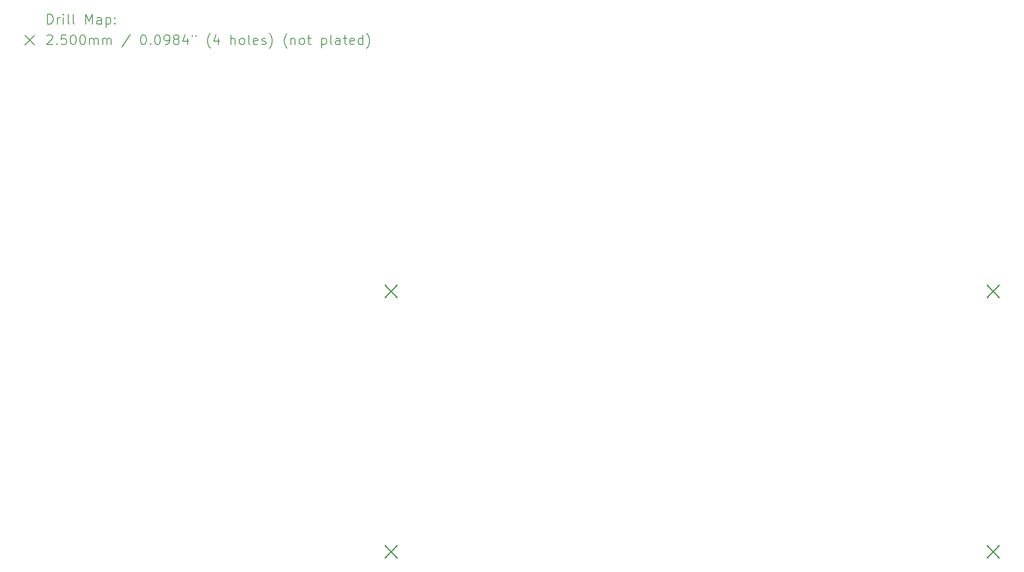
<source format=gbr>
%TF.GenerationSoftware,KiCad,Pcbnew,8.0.6*%
%TF.CreationDate,2025-03-13T21:17:41-04:00*%
%TF.ProjectId,XT60ConnectorBoard,58543630-436f-46e6-9e65-63746f72426f,rev?*%
%TF.SameCoordinates,Original*%
%TF.FileFunction,Drillmap*%
%TF.FilePolarity,Positive*%
%FSLAX45Y45*%
G04 Gerber Fmt 4.5, Leading zero omitted, Abs format (unit mm)*
G04 Created by KiCad (PCBNEW 8.0.6) date 2025-03-13 21:17:41*
%MOMM*%
%LPD*%
G01*
G04 APERTURE LIST*
%ADD10C,0.200000*%
%ADD11C,0.250000*%
G04 APERTURE END LIST*
D10*
D11*
X7125000Y-5625000D02*
X7375000Y-5875000D01*
X7375000Y-5625000D02*
X7125000Y-5875000D01*
X7125000Y-10925000D02*
X7375000Y-11175000D01*
X7375000Y-10925000D02*
X7125000Y-11175000D01*
X19375000Y-5625000D02*
X19625000Y-5875000D01*
X19625000Y-5625000D02*
X19375000Y-5875000D01*
X19375000Y-10925000D02*
X19625000Y-11175000D01*
X19625000Y-10925000D02*
X19375000Y-11175000D01*
D10*
X260777Y-311484D02*
X260777Y-111484D01*
X260777Y-111484D02*
X308396Y-111484D01*
X308396Y-111484D02*
X336967Y-121008D01*
X336967Y-121008D02*
X356015Y-140055D01*
X356015Y-140055D02*
X365539Y-159103D01*
X365539Y-159103D02*
X375062Y-197198D01*
X375062Y-197198D02*
X375062Y-225769D01*
X375062Y-225769D02*
X365539Y-263865D01*
X365539Y-263865D02*
X356015Y-282912D01*
X356015Y-282912D02*
X336967Y-301960D01*
X336967Y-301960D02*
X308396Y-311484D01*
X308396Y-311484D02*
X260777Y-311484D01*
X460777Y-311484D02*
X460777Y-178150D01*
X460777Y-216246D02*
X470301Y-197198D01*
X470301Y-197198D02*
X479824Y-187674D01*
X479824Y-187674D02*
X498872Y-178150D01*
X498872Y-178150D02*
X517920Y-178150D01*
X584586Y-311484D02*
X584586Y-178150D01*
X584586Y-111484D02*
X575063Y-121008D01*
X575063Y-121008D02*
X584586Y-130531D01*
X584586Y-130531D02*
X594110Y-121008D01*
X594110Y-121008D02*
X584586Y-111484D01*
X584586Y-111484D02*
X584586Y-130531D01*
X708396Y-311484D02*
X689348Y-301960D01*
X689348Y-301960D02*
X679824Y-282912D01*
X679824Y-282912D02*
X679824Y-111484D01*
X813158Y-311484D02*
X794110Y-301960D01*
X794110Y-301960D02*
X784586Y-282912D01*
X784586Y-282912D02*
X784586Y-111484D01*
X1041729Y-311484D02*
X1041729Y-111484D01*
X1041729Y-111484D02*
X1108396Y-254341D01*
X1108396Y-254341D02*
X1175063Y-111484D01*
X1175063Y-111484D02*
X1175063Y-311484D01*
X1356015Y-311484D02*
X1356015Y-206722D01*
X1356015Y-206722D02*
X1346491Y-187674D01*
X1346491Y-187674D02*
X1327444Y-178150D01*
X1327444Y-178150D02*
X1289348Y-178150D01*
X1289348Y-178150D02*
X1270301Y-187674D01*
X1356015Y-301960D02*
X1336967Y-311484D01*
X1336967Y-311484D02*
X1289348Y-311484D01*
X1289348Y-311484D02*
X1270301Y-301960D01*
X1270301Y-301960D02*
X1260777Y-282912D01*
X1260777Y-282912D02*
X1260777Y-263865D01*
X1260777Y-263865D02*
X1270301Y-244817D01*
X1270301Y-244817D02*
X1289348Y-235293D01*
X1289348Y-235293D02*
X1336967Y-235293D01*
X1336967Y-235293D02*
X1356015Y-225769D01*
X1451253Y-178150D02*
X1451253Y-378150D01*
X1451253Y-187674D02*
X1470301Y-178150D01*
X1470301Y-178150D02*
X1508396Y-178150D01*
X1508396Y-178150D02*
X1527443Y-187674D01*
X1527443Y-187674D02*
X1536967Y-197198D01*
X1536967Y-197198D02*
X1546491Y-216246D01*
X1546491Y-216246D02*
X1546491Y-273389D01*
X1546491Y-273389D02*
X1536967Y-292436D01*
X1536967Y-292436D02*
X1527443Y-301960D01*
X1527443Y-301960D02*
X1508396Y-311484D01*
X1508396Y-311484D02*
X1470301Y-311484D01*
X1470301Y-311484D02*
X1451253Y-301960D01*
X1632205Y-292436D02*
X1641729Y-301960D01*
X1641729Y-301960D02*
X1632205Y-311484D01*
X1632205Y-311484D02*
X1622682Y-301960D01*
X1622682Y-301960D02*
X1632205Y-292436D01*
X1632205Y-292436D02*
X1632205Y-311484D01*
X1632205Y-187674D02*
X1641729Y-197198D01*
X1641729Y-197198D02*
X1632205Y-206722D01*
X1632205Y-206722D02*
X1622682Y-197198D01*
X1622682Y-197198D02*
X1632205Y-187674D01*
X1632205Y-187674D02*
X1632205Y-206722D01*
X-200000Y-540000D02*
X0Y-740000D01*
X0Y-540000D02*
X-200000Y-740000D01*
X251253Y-550531D02*
X260777Y-541008D01*
X260777Y-541008D02*
X279824Y-531484D01*
X279824Y-531484D02*
X327444Y-531484D01*
X327444Y-531484D02*
X346491Y-541008D01*
X346491Y-541008D02*
X356015Y-550531D01*
X356015Y-550531D02*
X365539Y-569579D01*
X365539Y-569579D02*
X365539Y-588627D01*
X365539Y-588627D02*
X356015Y-617198D01*
X356015Y-617198D02*
X241729Y-731484D01*
X241729Y-731484D02*
X365539Y-731484D01*
X451253Y-712436D02*
X460777Y-721960D01*
X460777Y-721960D02*
X451253Y-731484D01*
X451253Y-731484D02*
X441729Y-721960D01*
X441729Y-721960D02*
X451253Y-712436D01*
X451253Y-712436D02*
X451253Y-731484D01*
X641729Y-531484D02*
X546491Y-531484D01*
X546491Y-531484D02*
X536967Y-626722D01*
X536967Y-626722D02*
X546491Y-617198D01*
X546491Y-617198D02*
X565539Y-607674D01*
X565539Y-607674D02*
X613158Y-607674D01*
X613158Y-607674D02*
X632205Y-617198D01*
X632205Y-617198D02*
X641729Y-626722D01*
X641729Y-626722D02*
X651253Y-645770D01*
X651253Y-645770D02*
X651253Y-693389D01*
X651253Y-693389D02*
X641729Y-712436D01*
X641729Y-712436D02*
X632205Y-721960D01*
X632205Y-721960D02*
X613158Y-731484D01*
X613158Y-731484D02*
X565539Y-731484D01*
X565539Y-731484D02*
X546491Y-721960D01*
X546491Y-721960D02*
X536967Y-712436D01*
X775062Y-531484D02*
X794110Y-531484D01*
X794110Y-531484D02*
X813158Y-541008D01*
X813158Y-541008D02*
X822682Y-550531D01*
X822682Y-550531D02*
X832205Y-569579D01*
X832205Y-569579D02*
X841729Y-607674D01*
X841729Y-607674D02*
X841729Y-655293D01*
X841729Y-655293D02*
X832205Y-693389D01*
X832205Y-693389D02*
X822682Y-712436D01*
X822682Y-712436D02*
X813158Y-721960D01*
X813158Y-721960D02*
X794110Y-731484D01*
X794110Y-731484D02*
X775062Y-731484D01*
X775062Y-731484D02*
X756015Y-721960D01*
X756015Y-721960D02*
X746491Y-712436D01*
X746491Y-712436D02*
X736967Y-693389D01*
X736967Y-693389D02*
X727443Y-655293D01*
X727443Y-655293D02*
X727443Y-607674D01*
X727443Y-607674D02*
X736967Y-569579D01*
X736967Y-569579D02*
X746491Y-550531D01*
X746491Y-550531D02*
X756015Y-541008D01*
X756015Y-541008D02*
X775062Y-531484D01*
X965539Y-531484D02*
X984586Y-531484D01*
X984586Y-531484D02*
X1003634Y-541008D01*
X1003634Y-541008D02*
X1013158Y-550531D01*
X1013158Y-550531D02*
X1022682Y-569579D01*
X1022682Y-569579D02*
X1032205Y-607674D01*
X1032205Y-607674D02*
X1032205Y-655293D01*
X1032205Y-655293D02*
X1022682Y-693389D01*
X1022682Y-693389D02*
X1013158Y-712436D01*
X1013158Y-712436D02*
X1003634Y-721960D01*
X1003634Y-721960D02*
X984586Y-731484D01*
X984586Y-731484D02*
X965539Y-731484D01*
X965539Y-731484D02*
X946491Y-721960D01*
X946491Y-721960D02*
X936967Y-712436D01*
X936967Y-712436D02*
X927443Y-693389D01*
X927443Y-693389D02*
X917920Y-655293D01*
X917920Y-655293D02*
X917920Y-607674D01*
X917920Y-607674D02*
X927443Y-569579D01*
X927443Y-569579D02*
X936967Y-550531D01*
X936967Y-550531D02*
X946491Y-541008D01*
X946491Y-541008D02*
X965539Y-531484D01*
X1117920Y-731484D02*
X1117920Y-598150D01*
X1117920Y-617198D02*
X1127444Y-607674D01*
X1127444Y-607674D02*
X1146491Y-598150D01*
X1146491Y-598150D02*
X1175063Y-598150D01*
X1175063Y-598150D02*
X1194110Y-607674D01*
X1194110Y-607674D02*
X1203634Y-626722D01*
X1203634Y-626722D02*
X1203634Y-731484D01*
X1203634Y-626722D02*
X1213158Y-607674D01*
X1213158Y-607674D02*
X1232205Y-598150D01*
X1232205Y-598150D02*
X1260777Y-598150D01*
X1260777Y-598150D02*
X1279825Y-607674D01*
X1279825Y-607674D02*
X1289348Y-626722D01*
X1289348Y-626722D02*
X1289348Y-731484D01*
X1384586Y-731484D02*
X1384586Y-598150D01*
X1384586Y-617198D02*
X1394110Y-607674D01*
X1394110Y-607674D02*
X1413158Y-598150D01*
X1413158Y-598150D02*
X1441729Y-598150D01*
X1441729Y-598150D02*
X1460777Y-607674D01*
X1460777Y-607674D02*
X1470301Y-626722D01*
X1470301Y-626722D02*
X1470301Y-731484D01*
X1470301Y-626722D02*
X1479824Y-607674D01*
X1479824Y-607674D02*
X1498872Y-598150D01*
X1498872Y-598150D02*
X1527443Y-598150D01*
X1527443Y-598150D02*
X1546491Y-607674D01*
X1546491Y-607674D02*
X1556015Y-626722D01*
X1556015Y-626722D02*
X1556015Y-731484D01*
X1946491Y-521960D02*
X1775063Y-779103D01*
X2203634Y-531484D02*
X2222682Y-531484D01*
X2222682Y-531484D02*
X2241729Y-541008D01*
X2241729Y-541008D02*
X2251253Y-550531D01*
X2251253Y-550531D02*
X2260777Y-569579D01*
X2260777Y-569579D02*
X2270301Y-607674D01*
X2270301Y-607674D02*
X2270301Y-655293D01*
X2270301Y-655293D02*
X2260777Y-693389D01*
X2260777Y-693389D02*
X2251253Y-712436D01*
X2251253Y-712436D02*
X2241729Y-721960D01*
X2241729Y-721960D02*
X2222682Y-731484D01*
X2222682Y-731484D02*
X2203634Y-731484D01*
X2203634Y-731484D02*
X2184587Y-721960D01*
X2184587Y-721960D02*
X2175063Y-712436D01*
X2175063Y-712436D02*
X2165539Y-693389D01*
X2165539Y-693389D02*
X2156015Y-655293D01*
X2156015Y-655293D02*
X2156015Y-607674D01*
X2156015Y-607674D02*
X2165539Y-569579D01*
X2165539Y-569579D02*
X2175063Y-550531D01*
X2175063Y-550531D02*
X2184587Y-541008D01*
X2184587Y-541008D02*
X2203634Y-531484D01*
X2356015Y-712436D02*
X2365539Y-721960D01*
X2365539Y-721960D02*
X2356015Y-731484D01*
X2356015Y-731484D02*
X2346491Y-721960D01*
X2346491Y-721960D02*
X2356015Y-712436D01*
X2356015Y-712436D02*
X2356015Y-731484D01*
X2489348Y-531484D02*
X2508396Y-531484D01*
X2508396Y-531484D02*
X2527444Y-541008D01*
X2527444Y-541008D02*
X2536968Y-550531D01*
X2536968Y-550531D02*
X2546491Y-569579D01*
X2546491Y-569579D02*
X2556015Y-607674D01*
X2556015Y-607674D02*
X2556015Y-655293D01*
X2556015Y-655293D02*
X2546491Y-693389D01*
X2546491Y-693389D02*
X2536968Y-712436D01*
X2536968Y-712436D02*
X2527444Y-721960D01*
X2527444Y-721960D02*
X2508396Y-731484D01*
X2508396Y-731484D02*
X2489348Y-731484D01*
X2489348Y-731484D02*
X2470301Y-721960D01*
X2470301Y-721960D02*
X2460777Y-712436D01*
X2460777Y-712436D02*
X2451253Y-693389D01*
X2451253Y-693389D02*
X2441729Y-655293D01*
X2441729Y-655293D02*
X2441729Y-607674D01*
X2441729Y-607674D02*
X2451253Y-569579D01*
X2451253Y-569579D02*
X2460777Y-550531D01*
X2460777Y-550531D02*
X2470301Y-541008D01*
X2470301Y-541008D02*
X2489348Y-531484D01*
X2651253Y-731484D02*
X2689348Y-731484D01*
X2689348Y-731484D02*
X2708396Y-721960D01*
X2708396Y-721960D02*
X2717920Y-712436D01*
X2717920Y-712436D02*
X2736968Y-683865D01*
X2736968Y-683865D02*
X2746491Y-645770D01*
X2746491Y-645770D02*
X2746491Y-569579D01*
X2746491Y-569579D02*
X2736968Y-550531D01*
X2736968Y-550531D02*
X2727444Y-541008D01*
X2727444Y-541008D02*
X2708396Y-531484D01*
X2708396Y-531484D02*
X2670301Y-531484D01*
X2670301Y-531484D02*
X2651253Y-541008D01*
X2651253Y-541008D02*
X2641729Y-550531D01*
X2641729Y-550531D02*
X2632206Y-569579D01*
X2632206Y-569579D02*
X2632206Y-617198D01*
X2632206Y-617198D02*
X2641729Y-636246D01*
X2641729Y-636246D02*
X2651253Y-645770D01*
X2651253Y-645770D02*
X2670301Y-655293D01*
X2670301Y-655293D02*
X2708396Y-655293D01*
X2708396Y-655293D02*
X2727444Y-645770D01*
X2727444Y-645770D02*
X2736968Y-636246D01*
X2736968Y-636246D02*
X2746491Y-617198D01*
X2860777Y-617198D02*
X2841729Y-607674D01*
X2841729Y-607674D02*
X2832206Y-598150D01*
X2832206Y-598150D02*
X2822682Y-579103D01*
X2822682Y-579103D02*
X2822682Y-569579D01*
X2822682Y-569579D02*
X2832206Y-550531D01*
X2832206Y-550531D02*
X2841729Y-541008D01*
X2841729Y-541008D02*
X2860777Y-531484D01*
X2860777Y-531484D02*
X2898872Y-531484D01*
X2898872Y-531484D02*
X2917920Y-541008D01*
X2917920Y-541008D02*
X2927444Y-550531D01*
X2927444Y-550531D02*
X2936967Y-569579D01*
X2936967Y-569579D02*
X2936967Y-579103D01*
X2936967Y-579103D02*
X2927444Y-598150D01*
X2927444Y-598150D02*
X2917920Y-607674D01*
X2917920Y-607674D02*
X2898872Y-617198D01*
X2898872Y-617198D02*
X2860777Y-617198D01*
X2860777Y-617198D02*
X2841729Y-626722D01*
X2841729Y-626722D02*
X2832206Y-636246D01*
X2832206Y-636246D02*
X2822682Y-655293D01*
X2822682Y-655293D02*
X2822682Y-693389D01*
X2822682Y-693389D02*
X2832206Y-712436D01*
X2832206Y-712436D02*
X2841729Y-721960D01*
X2841729Y-721960D02*
X2860777Y-731484D01*
X2860777Y-731484D02*
X2898872Y-731484D01*
X2898872Y-731484D02*
X2917920Y-721960D01*
X2917920Y-721960D02*
X2927444Y-712436D01*
X2927444Y-712436D02*
X2936967Y-693389D01*
X2936967Y-693389D02*
X2936967Y-655293D01*
X2936967Y-655293D02*
X2927444Y-636246D01*
X2927444Y-636246D02*
X2917920Y-626722D01*
X2917920Y-626722D02*
X2898872Y-617198D01*
X3108396Y-598150D02*
X3108396Y-731484D01*
X3060777Y-521960D02*
X3013158Y-664817D01*
X3013158Y-664817D02*
X3136967Y-664817D01*
X3203634Y-531484D02*
X3203634Y-569579D01*
X3279825Y-531484D02*
X3279825Y-569579D01*
X3575063Y-807674D02*
X3565539Y-798150D01*
X3565539Y-798150D02*
X3546491Y-769579D01*
X3546491Y-769579D02*
X3536968Y-750531D01*
X3536968Y-750531D02*
X3527444Y-721960D01*
X3527444Y-721960D02*
X3517920Y-674341D01*
X3517920Y-674341D02*
X3517920Y-636246D01*
X3517920Y-636246D02*
X3527444Y-588627D01*
X3527444Y-588627D02*
X3536968Y-560055D01*
X3536968Y-560055D02*
X3546491Y-541008D01*
X3546491Y-541008D02*
X3565539Y-512436D01*
X3565539Y-512436D02*
X3575063Y-502912D01*
X3736968Y-598150D02*
X3736968Y-731484D01*
X3689348Y-521960D02*
X3641729Y-664817D01*
X3641729Y-664817D02*
X3765539Y-664817D01*
X3994110Y-731484D02*
X3994110Y-531484D01*
X4079825Y-731484D02*
X4079825Y-626722D01*
X4079825Y-626722D02*
X4070301Y-607674D01*
X4070301Y-607674D02*
X4051253Y-598150D01*
X4051253Y-598150D02*
X4022682Y-598150D01*
X4022682Y-598150D02*
X4003634Y-607674D01*
X4003634Y-607674D02*
X3994110Y-617198D01*
X4203634Y-731484D02*
X4184587Y-721960D01*
X4184587Y-721960D02*
X4175063Y-712436D01*
X4175063Y-712436D02*
X4165539Y-693389D01*
X4165539Y-693389D02*
X4165539Y-636246D01*
X4165539Y-636246D02*
X4175063Y-617198D01*
X4175063Y-617198D02*
X4184587Y-607674D01*
X4184587Y-607674D02*
X4203634Y-598150D01*
X4203634Y-598150D02*
X4232206Y-598150D01*
X4232206Y-598150D02*
X4251253Y-607674D01*
X4251253Y-607674D02*
X4260777Y-617198D01*
X4260777Y-617198D02*
X4270301Y-636246D01*
X4270301Y-636246D02*
X4270301Y-693389D01*
X4270301Y-693389D02*
X4260777Y-712436D01*
X4260777Y-712436D02*
X4251253Y-721960D01*
X4251253Y-721960D02*
X4232206Y-731484D01*
X4232206Y-731484D02*
X4203634Y-731484D01*
X4384587Y-731484D02*
X4365539Y-721960D01*
X4365539Y-721960D02*
X4356015Y-702912D01*
X4356015Y-702912D02*
X4356015Y-531484D01*
X4536968Y-721960D02*
X4517920Y-731484D01*
X4517920Y-731484D02*
X4479825Y-731484D01*
X4479825Y-731484D02*
X4460777Y-721960D01*
X4460777Y-721960D02*
X4451253Y-702912D01*
X4451253Y-702912D02*
X4451253Y-626722D01*
X4451253Y-626722D02*
X4460777Y-607674D01*
X4460777Y-607674D02*
X4479825Y-598150D01*
X4479825Y-598150D02*
X4517920Y-598150D01*
X4517920Y-598150D02*
X4536968Y-607674D01*
X4536968Y-607674D02*
X4546492Y-626722D01*
X4546492Y-626722D02*
X4546492Y-645770D01*
X4546492Y-645770D02*
X4451253Y-664817D01*
X4622682Y-721960D02*
X4641730Y-731484D01*
X4641730Y-731484D02*
X4679825Y-731484D01*
X4679825Y-731484D02*
X4698873Y-721960D01*
X4698873Y-721960D02*
X4708396Y-702912D01*
X4708396Y-702912D02*
X4708396Y-693389D01*
X4708396Y-693389D02*
X4698873Y-674341D01*
X4698873Y-674341D02*
X4679825Y-664817D01*
X4679825Y-664817D02*
X4651253Y-664817D01*
X4651253Y-664817D02*
X4632206Y-655293D01*
X4632206Y-655293D02*
X4622682Y-636246D01*
X4622682Y-636246D02*
X4622682Y-626722D01*
X4622682Y-626722D02*
X4632206Y-607674D01*
X4632206Y-607674D02*
X4651253Y-598150D01*
X4651253Y-598150D02*
X4679825Y-598150D01*
X4679825Y-598150D02*
X4698873Y-607674D01*
X4775063Y-807674D02*
X4784587Y-798150D01*
X4784587Y-798150D02*
X4803634Y-769579D01*
X4803634Y-769579D02*
X4813158Y-750531D01*
X4813158Y-750531D02*
X4822682Y-721960D01*
X4822682Y-721960D02*
X4832206Y-674341D01*
X4832206Y-674341D02*
X4832206Y-636246D01*
X4832206Y-636246D02*
X4822682Y-588627D01*
X4822682Y-588627D02*
X4813158Y-560055D01*
X4813158Y-560055D02*
X4803634Y-541008D01*
X4803634Y-541008D02*
X4784587Y-512436D01*
X4784587Y-512436D02*
X4775063Y-502912D01*
X5136968Y-807674D02*
X5127444Y-798150D01*
X5127444Y-798150D02*
X5108396Y-769579D01*
X5108396Y-769579D02*
X5098873Y-750531D01*
X5098873Y-750531D02*
X5089349Y-721960D01*
X5089349Y-721960D02*
X5079825Y-674341D01*
X5079825Y-674341D02*
X5079825Y-636246D01*
X5079825Y-636246D02*
X5089349Y-588627D01*
X5089349Y-588627D02*
X5098873Y-560055D01*
X5098873Y-560055D02*
X5108396Y-541008D01*
X5108396Y-541008D02*
X5127444Y-512436D01*
X5127444Y-512436D02*
X5136968Y-502912D01*
X5213158Y-598150D02*
X5213158Y-731484D01*
X5213158Y-617198D02*
X5222682Y-607674D01*
X5222682Y-607674D02*
X5241730Y-598150D01*
X5241730Y-598150D02*
X5270301Y-598150D01*
X5270301Y-598150D02*
X5289349Y-607674D01*
X5289349Y-607674D02*
X5298873Y-626722D01*
X5298873Y-626722D02*
X5298873Y-731484D01*
X5422682Y-731484D02*
X5403634Y-721960D01*
X5403634Y-721960D02*
X5394111Y-712436D01*
X5394111Y-712436D02*
X5384587Y-693389D01*
X5384587Y-693389D02*
X5384587Y-636246D01*
X5384587Y-636246D02*
X5394111Y-617198D01*
X5394111Y-617198D02*
X5403634Y-607674D01*
X5403634Y-607674D02*
X5422682Y-598150D01*
X5422682Y-598150D02*
X5451254Y-598150D01*
X5451254Y-598150D02*
X5470301Y-607674D01*
X5470301Y-607674D02*
X5479825Y-617198D01*
X5479825Y-617198D02*
X5489349Y-636246D01*
X5489349Y-636246D02*
X5489349Y-693389D01*
X5489349Y-693389D02*
X5479825Y-712436D01*
X5479825Y-712436D02*
X5470301Y-721960D01*
X5470301Y-721960D02*
X5451254Y-731484D01*
X5451254Y-731484D02*
X5422682Y-731484D01*
X5546492Y-598150D02*
X5622682Y-598150D01*
X5575063Y-531484D02*
X5575063Y-702912D01*
X5575063Y-702912D02*
X5584587Y-721960D01*
X5584587Y-721960D02*
X5603634Y-731484D01*
X5603634Y-731484D02*
X5622682Y-731484D01*
X5841730Y-598150D02*
X5841730Y-798150D01*
X5841730Y-607674D02*
X5860777Y-598150D01*
X5860777Y-598150D02*
X5898873Y-598150D01*
X5898873Y-598150D02*
X5917920Y-607674D01*
X5917920Y-607674D02*
X5927444Y-617198D01*
X5927444Y-617198D02*
X5936968Y-636246D01*
X5936968Y-636246D02*
X5936968Y-693389D01*
X5936968Y-693389D02*
X5927444Y-712436D01*
X5927444Y-712436D02*
X5917920Y-721960D01*
X5917920Y-721960D02*
X5898873Y-731484D01*
X5898873Y-731484D02*
X5860777Y-731484D01*
X5860777Y-731484D02*
X5841730Y-721960D01*
X6051253Y-731484D02*
X6032206Y-721960D01*
X6032206Y-721960D02*
X6022682Y-702912D01*
X6022682Y-702912D02*
X6022682Y-531484D01*
X6213158Y-731484D02*
X6213158Y-626722D01*
X6213158Y-626722D02*
X6203634Y-607674D01*
X6203634Y-607674D02*
X6184587Y-598150D01*
X6184587Y-598150D02*
X6146492Y-598150D01*
X6146492Y-598150D02*
X6127444Y-607674D01*
X6213158Y-721960D02*
X6194111Y-731484D01*
X6194111Y-731484D02*
X6146492Y-731484D01*
X6146492Y-731484D02*
X6127444Y-721960D01*
X6127444Y-721960D02*
X6117920Y-702912D01*
X6117920Y-702912D02*
X6117920Y-683865D01*
X6117920Y-683865D02*
X6127444Y-664817D01*
X6127444Y-664817D02*
X6146492Y-655293D01*
X6146492Y-655293D02*
X6194111Y-655293D01*
X6194111Y-655293D02*
X6213158Y-645770D01*
X6279825Y-598150D02*
X6356015Y-598150D01*
X6308396Y-531484D02*
X6308396Y-702912D01*
X6308396Y-702912D02*
X6317920Y-721960D01*
X6317920Y-721960D02*
X6336968Y-731484D01*
X6336968Y-731484D02*
X6356015Y-731484D01*
X6498873Y-721960D02*
X6479825Y-731484D01*
X6479825Y-731484D02*
X6441730Y-731484D01*
X6441730Y-731484D02*
X6422682Y-721960D01*
X6422682Y-721960D02*
X6413158Y-702912D01*
X6413158Y-702912D02*
X6413158Y-626722D01*
X6413158Y-626722D02*
X6422682Y-607674D01*
X6422682Y-607674D02*
X6441730Y-598150D01*
X6441730Y-598150D02*
X6479825Y-598150D01*
X6479825Y-598150D02*
X6498873Y-607674D01*
X6498873Y-607674D02*
X6508396Y-626722D01*
X6508396Y-626722D02*
X6508396Y-645770D01*
X6508396Y-645770D02*
X6413158Y-664817D01*
X6679825Y-731484D02*
X6679825Y-531484D01*
X6679825Y-721960D02*
X6660777Y-731484D01*
X6660777Y-731484D02*
X6622682Y-731484D01*
X6622682Y-731484D02*
X6603634Y-721960D01*
X6603634Y-721960D02*
X6594111Y-712436D01*
X6594111Y-712436D02*
X6584587Y-693389D01*
X6584587Y-693389D02*
X6584587Y-636246D01*
X6584587Y-636246D02*
X6594111Y-617198D01*
X6594111Y-617198D02*
X6603634Y-607674D01*
X6603634Y-607674D02*
X6622682Y-598150D01*
X6622682Y-598150D02*
X6660777Y-598150D01*
X6660777Y-598150D02*
X6679825Y-607674D01*
X6756015Y-807674D02*
X6765539Y-798150D01*
X6765539Y-798150D02*
X6784587Y-769579D01*
X6784587Y-769579D02*
X6794111Y-750531D01*
X6794111Y-750531D02*
X6803634Y-721960D01*
X6803634Y-721960D02*
X6813158Y-674341D01*
X6813158Y-674341D02*
X6813158Y-636246D01*
X6813158Y-636246D02*
X6803634Y-588627D01*
X6803634Y-588627D02*
X6794111Y-560055D01*
X6794111Y-560055D02*
X6784587Y-541008D01*
X6784587Y-541008D02*
X6765539Y-512436D01*
X6765539Y-512436D02*
X6756015Y-502912D01*
M02*

</source>
